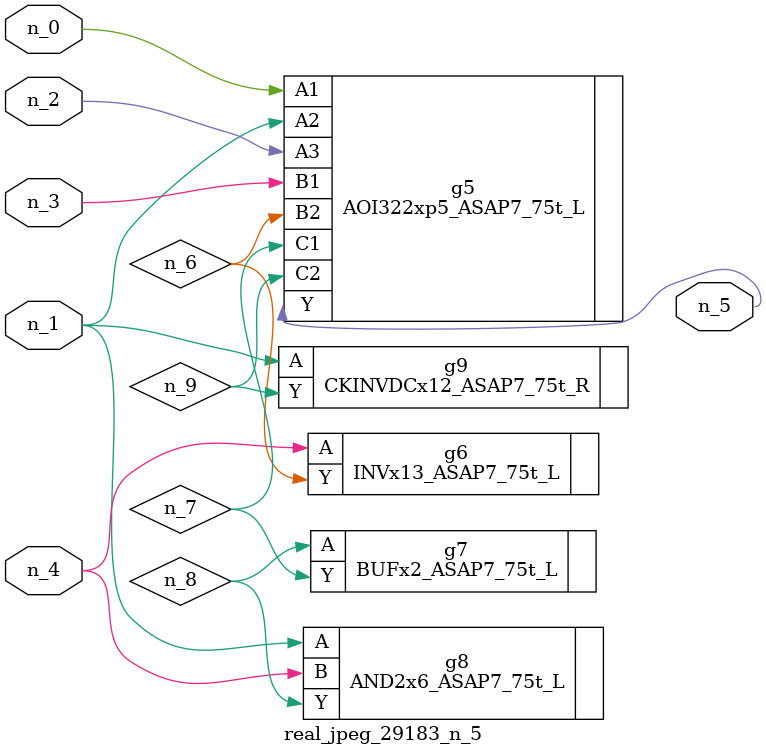
<source format=v>
module real_jpeg_29183_n_5 (n_4, n_0, n_1, n_2, n_3, n_5);

input n_4;
input n_0;
input n_1;
input n_2;
input n_3;

output n_5;

wire n_8;
wire n_6;
wire n_7;
wire n_9;

AOI322xp5_ASAP7_75t_L g5 ( 
.A1(n_0),
.A2(n_1),
.A3(n_2),
.B1(n_3),
.B2(n_6),
.C1(n_7),
.C2(n_9),
.Y(n_5)
);

AND2x6_ASAP7_75t_L g8 ( 
.A(n_1),
.B(n_4),
.Y(n_8)
);

CKINVDCx12_ASAP7_75t_R g9 ( 
.A(n_1),
.Y(n_9)
);

INVx13_ASAP7_75t_L g6 ( 
.A(n_4),
.Y(n_6)
);

BUFx2_ASAP7_75t_L g7 ( 
.A(n_8),
.Y(n_7)
);


endmodule
</source>
